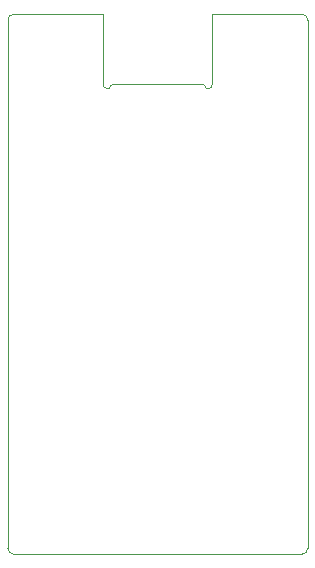
<source format=gbr>
G04 #@! TF.GenerationSoftware,KiCad,Pcbnew,8.0.8*
G04 #@! TF.CreationDate,2025-05-11T18:19:20+03:00*
G04 #@! TF.ProjectId,TP5410_eval_board,54503534-3130-45f6-9576-616c5f626f61,rev?*
G04 #@! TF.SameCoordinates,Original*
G04 #@! TF.FileFunction,Profile,NP*
%FSLAX46Y46*%
G04 Gerber Fmt 4.6, Leading zero omitted, Abs format (unit mm)*
G04 Created by KiCad (PCBNEW 8.0.8) date 2025-05-11 18:19:20*
%MOMM*%
%LPD*%
G01*
G04 APERTURE LIST*
G04 #@! TA.AperFunction,Profile*
%ADD10C,0.050000*%
G04 #@! TD*
G04 #@! TA.AperFunction,Profile*
%ADD11C,0.100000*%
G04 #@! TD*
G04 APERTURE END LIST*
D10*
X12192000Y0D02*
G75*
G02*
X12700000Y-508000I0J-508000D01*
G01*
X6000000Y0D02*
X12192000Y0D01*
X12700000Y-45212000D02*
G75*
G02*
X12192000Y-45720000I-508000J0D01*
G01*
X-12700000Y-508000D02*
G75*
G02*
X-12192000Y0I508001J-1D01*
G01*
X12700000Y-508000D02*
X12700000Y-45212000D01*
X12192000Y-45720000D02*
X-12192000Y-45720000D01*
X-6000000Y0D02*
X-12192000Y0D01*
X-12192000Y-45720000D02*
G75*
G02*
X-12700000Y-45212000I1J508001D01*
G01*
X-12700000Y-508000D02*
X-12700000Y-45212000D01*
D11*
X-4620000Y0D02*
X-6000000Y0D01*
X-4620000Y-5920000D02*
X-4620000Y0D01*
X3820000Y-5920000D02*
X-3820000Y-5920000D01*
X4620000Y0D02*
X4620000Y-5920000D01*
X6000000Y0D02*
X4620000Y0D01*
X-4295000Y-6320000D02*
G75*
G02*
X-4620000Y-5920000I37500J362500D01*
G01*
X-3970000Y-6040000D02*
G75*
G02*
X-4295000Y-6320000I-302500J22500D01*
G01*
X-3970000Y-6040000D02*
G75*
G02*
X-3820000Y-5920000I135000J-15000D01*
G01*
X3820000Y-5920000D02*
G75*
G02*
X3970000Y-6040000I14999J-135001D01*
G01*
X4295000Y-6320000D02*
G75*
G02*
X3970000Y-6040000I-22501J302499D01*
G01*
X4620000Y-5920000D02*
G75*
G02*
X4295000Y-6320000I-362499J-37501D01*
G01*
M02*

</source>
